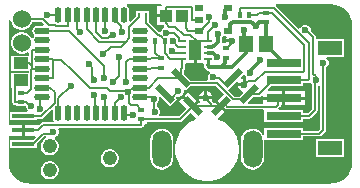
<source format=gtl>
G04*
G04 #@! TF.GenerationSoftware,Altium Limited,Altium Designer,21.6.4 (81)*
G04*
G04 Layer_Physical_Order=1*
G04 Layer_Color=255*
%FSLAX44Y44*%
%MOMM*%
G71*
G04*
G04 #@! TF.SameCoordinates,886655C1-92EC-40BA-A99E-831138A1A13E*
G04*
G04*
G04 #@! TF.FilePolarity,Positive*
G04*
G01*
G75*
%ADD12C,0.2540*%
%ADD14C,0.1524*%
%ADD18R,2.9972X0.7112*%
%ADD20R,0.8000X0.5500*%
%ADD22R,0.5000X0.4000*%
%ADD23R,0.4000X0.5000*%
%ADD24R,0.6350X0.2500*%
%ADD25R,1.0000X1.7000*%
%ADD28R,1.9000X0.4000*%
%ADD29R,1.3082X1.0057*%
%ADD30R,0.2500X0.3000*%
%ADD35O,0.5500X1.3500*%
%ADD36O,1.3500X0.5500*%
%ADD37R,2.0066X1.1938*%
G04:AMPARAMS|DCode=38|XSize=0.55mm|YSize=1.8mm|CornerRadius=0mm|HoleSize=0mm|Usage=FLASHONLY|Rotation=315.000|XOffset=0mm|YOffset=0mm|HoleType=Round|Shape=Rectangle|*
%AMROTATEDRECTD38*
4,1,4,-0.8309,-0.4419,0.4419,0.8309,0.8309,0.4419,-0.4419,-0.8309,-0.8309,-0.4419,0.0*
%
%ADD38ROTATEDRECTD38*%

%ADD39R,1.1500X1.4500*%
G04:AMPARAMS|DCode=40|XSize=0.55mm|YSize=1.8mm|CornerRadius=0mm|HoleSize=0mm|Usage=FLASHONLY|Rotation=45.000|XOffset=0mm|YOffset=0mm|HoleType=Round|Shape=Rectangle|*
%AMROTATEDRECTD40*
4,1,4,0.4419,-0.8309,-0.8309,0.4419,-0.4419,0.8309,0.8309,-0.4419,0.4419,-0.8309,0.0*
%
%ADD40ROTATEDRECTD40*%

%ADD41R,1.0000X1.1000*%
%ADD42C,0.3556*%
%ADD43C,1.5240*%
G04:AMPARAMS|DCode=44|XSize=1.62mm|YSize=3.14mm|CornerRadius=0.81mm|HoleSize=0mm|Usage=FLASHONLY|Rotation=180.000|XOffset=0mm|YOffset=0mm|HoleType=Round|Shape=RoundedRectangle|*
%AMROUNDEDRECTD44*
21,1,1.6200,1.5200,0,0,180.0*
21,1,0.0000,3.1400,0,0,180.0*
1,1,1.6200,0.0000,0.7600*
1,1,1.6200,0.0000,0.7600*
1,1,1.6200,0.0000,-0.7600*
1,1,1.6200,0.0000,-0.7600*
%
%ADD44ROUNDEDRECTD44*%
%ADD45C,1.2192*%
%ADD46C,0.6000*%
G36*
X130203Y152051D02*
X129902Y151550D01*
X125668D01*
Y144780D01*
X133208D01*
Y142240D01*
X125668D01*
Y135470D01*
X131540D01*
X132258Y134618D01*
X131946Y133328D01*
X131234Y133033D01*
X129961Y131761D01*
X129273Y130098D01*
Y130076D01*
X129215Y130011D01*
X128003Y129508D01*
X119171Y138340D01*
Y141248D01*
X119614D01*
Y147296D01*
X114066D01*
Y147296D01*
X113614D01*
Y147296D01*
X108066D01*
Y143112D01*
X103685Y138731D01*
X102514Y139356D01*
X102716Y140370D01*
Y148370D01*
X102384Y150038D01*
X101439Y151451D01*
X100541Y152051D01*
X100927Y153321D01*
X129483D01*
X130203Y152051D01*
D02*
G37*
G36*
X273680Y153309D02*
X277078Y152975D01*
X280346Y151983D01*
X283358Y150374D01*
X285997Y148207D01*
X288164Y145568D01*
X289773Y142556D01*
X290765Y139288D01*
X291099Y135890D01*
X291111D01*
Y19057D01*
X291110Y19050D01*
X291098D01*
X290763Y15652D01*
X289772Y12385D01*
X288162Y9373D01*
X285996Y6734D01*
X283357Y4568D01*
X280345Y2958D01*
X277078Y1967D01*
X273680Y1632D01*
Y1620D01*
X273672Y1619D01*
X17780D01*
Y1631D01*
X14382Y1965D01*
X11114Y2957D01*
X8102Y4566D01*
X5463Y6733D01*
X3296Y9372D01*
X1687Y12384D01*
X695Y15652D01*
X361Y19050D01*
X349D01*
Y41222D01*
X914Y42258D01*
X11684D01*
Y46798D01*
Y51338D01*
X914D01*
X349Y52374D01*
Y135890D01*
X361D01*
X684Y139176D01*
X1016Y139805D01*
X2251Y139520D01*
X2290Y139498D01*
X2909Y137186D01*
X4113Y135101D01*
X5816Y133399D01*
X7901Y132195D01*
X10226Y131572D01*
X12634D01*
X14959Y132195D01*
X17045Y133399D01*
X18747Y135101D01*
X19951Y137186D01*
X20272Y138385D01*
X28389D01*
X30373Y136401D01*
X29887Y135228D01*
X24858D01*
X23190Y134896D01*
X21777Y133951D01*
X20832Y132538D01*
X20500Y130870D01*
X20832Y129202D01*
X21777Y127789D01*
X22201Y127505D01*
Y126235D01*
X21777Y125951D01*
X21052Y124867D01*
X19930Y124753D01*
X19615Y124828D01*
X18747Y126331D01*
X17045Y128033D01*
X14959Y129237D01*
X12634Y129860D01*
X10226D01*
X7901Y129237D01*
X5816Y128033D01*
X4113Y126331D01*
X2909Y124246D01*
X2286Y121920D01*
Y119512D01*
X2909Y117187D01*
X4113Y115101D01*
X5816Y113399D01*
X7901Y112195D01*
X10226Y111572D01*
X12634D01*
X14959Y112195D01*
X16211Y112918D01*
X17481Y112185D01*
Y109977D01*
X2603D01*
Y96872D01*
X17227D01*
Y95453D01*
X2603D01*
Y82347D01*
X3511D01*
Y70612D01*
X3689Y69720D01*
X4194Y68964D01*
X4448Y68710D01*
X5204Y68205D01*
X6096Y68027D01*
X6644D01*
Y66834D01*
X14692D01*
X14876Y66156D01*
X15565Y64493D01*
X16466Y63592D01*
X15941Y62322D01*
X1930D01*
Y55274D01*
X23978D01*
Y56467D01*
X27919D01*
X28811Y56645D01*
X29568Y57150D01*
X36730Y64313D01*
X38000Y63787D01*
Y57370D01*
X38332Y55702D01*
X38832Y54954D01*
X38153Y53684D01*
X29806D01*
X28914Y53506D01*
X28157Y53001D01*
X26055Y50899D01*
X24994Y51338D01*
Y51338D01*
X14224D01*
Y46798D01*
Y42258D01*
X23078D01*
X23564Y41085D01*
X20847Y38367D01*
X14192D01*
X13967Y38322D01*
X1930D01*
Y31274D01*
X23978D01*
Y34906D01*
X30683Y41611D01*
X32073D01*
X32365Y40375D01*
X30627Y39372D01*
X29209Y37953D01*
X28205Y36215D01*
X27686Y34277D01*
Y32271D01*
X28205Y30333D01*
X29209Y28595D01*
X30627Y27176D01*
X32365Y26173D01*
X34303Y25654D01*
X36309D01*
X38247Y26173D01*
X39985Y27176D01*
X41403Y28595D01*
X42407Y30333D01*
X42926Y32271D01*
Y34277D01*
X42407Y36215D01*
X41403Y37953D01*
X39985Y39372D01*
X39376Y39723D01*
X39348Y40008D01*
X39575Y41075D01*
X40917Y41631D01*
X42189Y42903D01*
X42878Y44566D01*
Y46366D01*
X42304Y47752D01*
X42855Y49022D01*
X102343D01*
X112519Y49022D01*
X113411Y49199D01*
X114167Y49704D01*
X114168Y49705D01*
X114673Y50461D01*
X114850Y51353D01*
X116057Y51658D01*
X117880D01*
Y53867D01*
X145606D01*
X146498Y54045D01*
X147254Y54550D01*
X154372Y61667D01*
X158854Y57185D01*
X158557Y55950D01*
X158028Y55778D01*
X154238Y53847D01*
X150797Y51347D01*
X147789Y48339D01*
X145289Y44898D01*
X143358Y41108D01*
X142043Y37062D01*
X141378Y32861D01*
Y28607D01*
X142043Y24406D01*
X143358Y20360D01*
X145289Y16570D01*
X147789Y13129D01*
X150797Y10121D01*
X154238Y7621D01*
X158028Y5690D01*
X162074Y4375D01*
X166275Y3710D01*
X170529D01*
X174730Y4375D01*
X178776Y5690D01*
X182566Y7621D01*
X186007Y10121D01*
X189015Y13129D01*
X191515Y16570D01*
X193446Y20360D01*
X194761Y24406D01*
X195426Y28607D01*
Y32861D01*
X194761Y37062D01*
X193446Y41108D01*
X191515Y44898D01*
X189015Y48339D01*
X186007Y51347D01*
X182566Y53847D01*
X178776Y55778D01*
X178055Y56012D01*
X177758Y57247D01*
X182929Y62417D01*
X179188Y66158D01*
X175447Y69899D01*
X174936Y69387D01*
X173939D01*
X172256Y71070D01*
X172256Y71070D01*
X172145Y71181D01*
X172856Y72898D01*
X161916D01*
X162689Y71030D01*
X162690Y71029D01*
X162202Y69743D01*
X161363Y69638D01*
X161103Y69899D01*
X157362Y66158D01*
X156464Y67056D01*
X155566Y66158D01*
X147406Y74318D01*
X144563Y71475D01*
X151075Y64963D01*
X144641Y58529D01*
X128308D01*
X127842Y59799D01*
X128476Y61330D01*
Y63130D01*
X127787Y64793D01*
X126515Y66065D01*
X125902Y66319D01*
Y69608D01*
X127025Y70732D01*
X127714Y72395D01*
Y74194D01*
X127476Y74768D01*
X128553Y75488D01*
X137195Y66845D01*
X143240Y72889D01*
X141844Y74285D01*
X142886Y75328D01*
X143118Y75232D01*
X144918D01*
X146581Y75921D01*
X147853Y77193D01*
X148542Y78856D01*
Y80573D01*
X148768Y80771D01*
X149677Y81233D01*
X150631Y80280D01*
X154344Y83994D01*
X175813D01*
X182678Y77129D01*
X177243Y71695D01*
X180984Y67954D01*
X184725Y64213D01*
X185012Y64501D01*
X185604Y64384D01*
X215807D01*
X216916Y63994D01*
Y53834D01*
X249936D01*
Y56583D01*
X255002D01*
X255894Y56761D01*
X256650Y57266D01*
X261236Y61852D01*
X261741Y62608D01*
X261919Y63500D01*
Y84443D01*
X263099Y84932D01*
X264369Y84354D01*
Y48054D01*
X262560Y46245D01*
X249936D01*
Y48994D01*
X216916D01*
Y42625D01*
X215646Y42372D01*
X215308Y43187D01*
X213766Y45198D01*
X211755Y46740D01*
X209414Y47710D01*
X206902Y48041D01*
X204389Y47710D01*
X202048Y46740D01*
X200038Y45198D01*
X198495Y43187D01*
X197526Y40846D01*
X197195Y38334D01*
Y23134D01*
X197526Y20622D01*
X198495Y18281D01*
X200038Y16270D01*
X202048Y14727D01*
X204389Y13758D01*
X206902Y13427D01*
X209414Y13758D01*
X211755Y14727D01*
X213766Y16270D01*
X215308Y18281D01*
X216278Y20622D01*
X216609Y23134D01*
Y37691D01*
X216803Y38414D01*
X217824Y38834D01*
X249936D01*
Y41583D01*
X263525D01*
X264417Y41761D01*
X265173Y42266D01*
X268348Y45441D01*
X268853Y46197D01*
X269031Y47089D01*
Y99955D01*
X269263Y100051D01*
X270535Y101323D01*
X271224Y102986D01*
Y104786D01*
X270535Y106449D01*
X269333Y107651D01*
X269359Y107997D01*
X269684Y108921D01*
X284003D01*
Y123907D01*
X261919D01*
X260889Y123907D01*
X260649Y125078D01*
Y125357D01*
X260471Y126248D01*
X259966Y127005D01*
X255984Y130987D01*
Y132218D01*
X255295Y133881D01*
X254023Y135153D01*
X252360Y135842D01*
X250560D01*
X248897Y135153D01*
X247625Y133881D01*
X247299Y133095D01*
X245801Y132797D01*
X226547Y152051D01*
X226754Y152902D01*
X227037Y153321D01*
X273680D01*
X273680Y153309D01*
D02*
G37*
G36*
X184917Y125266D02*
X184268Y123698D01*
X189738D01*
Y121158D01*
X184086D01*
X183682Y120554D01*
X181070D01*
X180642Y121076D01*
Y124935D01*
X181110Y125403D01*
X181579Y126536D01*
X184352D01*
X184917Y125266D01*
D02*
G37*
G36*
X159512Y103768D02*
X164860D01*
X165118Y103526D01*
X165722Y102498D01*
X165543Y101600D01*
X165800Y100312D01*
X166529Y99219D01*
X168053Y97695D01*
X169146Y96966D01*
X170434Y96709D01*
X170450D01*
X170787Y95861D01*
X170829Y95439D01*
X169647Y94257D01*
X168958Y92594D01*
Y90794D01*
X169318Y89925D01*
X168469Y88655D01*
X154344D01*
X148542Y94458D01*
Y97333D01*
X149215Y98006D01*
X149720Y98762D01*
X149898Y99654D01*
Y102831D01*
X150702Y103768D01*
X156972D01*
Y114808D01*
X159512D01*
Y103768D01*
D02*
G37*
G36*
X200718Y93282D02*
X200964Y92687D01*
X201180Y92472D01*
X201109Y91009D01*
Y85090D01*
X199839D01*
Y83820D01*
X194369D01*
X195143Y81952D01*
X196701Y80393D01*
X198340Y79715D01*
X198797Y78377D01*
X195641Y75220D01*
X191179D01*
X186019Y80380D01*
X193698Y88058D01*
X194774Y87339D01*
X194369Y86360D01*
X198569D01*
Y90560D01*
X197590Y90155D01*
X196871Y91231D01*
X199220Y93581D01*
X200718Y93282D01*
D02*
G37*
G36*
X256425Y86831D02*
X257257Y85769D01*
Y64465D01*
X254037Y61245D01*
X249936D01*
Y63994D01*
X229354D01*
X229042Y64485D01*
X228870Y65264D01*
X230248Y66642D01*
X230753Y67398D01*
X230837Y67818D01*
X232156D01*
Y72644D01*
X215900D01*
Y69045D01*
X203214D01*
X202728Y70219D01*
X207488Y74978D01*
X212598D01*
X213490Y75156D01*
X214246Y75661D01*
X214727Y76141D01*
X215900Y75655D01*
Y75184D01*
X232156D01*
Y80010D01*
X220255D01*
X219769Y81183D01*
X222419Y83834D01*
X249936D01*
Y86583D01*
X254123D01*
X255015Y86761D01*
X255373Y87000D01*
X256425Y86831D01*
D02*
G37*
%LPC*%
G36*
X168656Y79638D02*
Y75438D01*
X172856D01*
X172083Y77306D01*
X170524Y78865D01*
X168656Y79638D01*
D02*
G37*
G36*
X166116D02*
X164248Y78865D01*
X162689Y77306D01*
X161916Y75438D01*
X166116D01*
Y79638D01*
D02*
G37*
G36*
X152045Y78957D02*
X149202Y76114D01*
X156464Y68852D01*
X159307Y71695D01*
X152045Y78957D01*
D02*
G37*
G36*
X284003Y38907D02*
X260889D01*
Y23921D01*
X284003D01*
Y38907D01*
D02*
G37*
G36*
X87109Y30734D02*
X85103D01*
X83165Y30215D01*
X81427Y29211D01*
X80008Y27793D01*
X79005Y26055D01*
X78486Y24117D01*
Y22111D01*
X79005Y20173D01*
X80008Y18435D01*
X81427Y17017D01*
X83165Y16013D01*
X85103Y15494D01*
X87109D01*
X89047Y16013D01*
X90785Y17017D01*
X92204Y18435D01*
X93207Y20173D01*
X93726Y22111D01*
Y24117D01*
X93207Y26055D01*
X92204Y27793D01*
X90785Y29211D01*
X89047Y30215D01*
X87109Y30734D01*
D02*
G37*
G36*
X129902Y48041D02*
X127390Y47710D01*
X125049Y46740D01*
X123038Y45198D01*
X121496Y43187D01*
X120526Y40846D01*
X120195Y38334D01*
Y23134D01*
X120526Y20622D01*
X121496Y18281D01*
X123038Y16270D01*
X125049Y14727D01*
X127390Y13758D01*
X129902Y13427D01*
X132415Y13758D01*
X134756Y14727D01*
X136766Y16270D01*
X138309Y18281D01*
X139278Y20622D01*
X139609Y23134D01*
Y38334D01*
X139278Y40846D01*
X138309Y43187D01*
X136766Y45198D01*
X134756Y46740D01*
X132415Y47710D01*
X129902Y48041D01*
D02*
G37*
G36*
X36309Y20574D02*
X34303D01*
X32365Y20055D01*
X30627Y19052D01*
X29209Y17633D01*
X28205Y15895D01*
X27686Y13957D01*
Y11951D01*
X28205Y10013D01*
X29209Y8275D01*
X30627Y6856D01*
X32365Y5853D01*
X34303Y5334D01*
X36309D01*
X38247Y5853D01*
X39985Y6856D01*
X41403Y8275D01*
X42407Y10013D01*
X42926Y11951D01*
Y13957D01*
X42407Y15895D01*
X41403Y17633D01*
X39985Y19052D01*
X38247Y20055D01*
X36309Y20574D01*
D02*
G37*
G36*
X250952Y80010D02*
X234696D01*
Y75184D01*
X250952D01*
Y80010D01*
D02*
G37*
G36*
Y72644D02*
X234696D01*
Y67818D01*
X250952D01*
Y72644D01*
D02*
G37*
%LPD*%
D12*
X168910Y101600D02*
Y107428D01*
D14*
X188882Y121572D02*
X189738Y122428D01*
X184904Y116014D02*
X188882Y119992D01*
Y121572D01*
X184404Y116014D02*
X184904D01*
X260295Y89463D02*
Y92765D01*
X258318Y94742D02*
X260295Y92765D01*
Y89463D02*
X260858Y88900D01*
X258318Y94742D02*
Y125357D01*
X81692Y62036D02*
Y74518D01*
Y62036D02*
X82358Y61370D01*
X81026Y75184D02*
X81692Y74518D01*
X37143Y45466D02*
X38354D01*
X35619Y43942D02*
X37143Y45466D01*
X21812Y36036D02*
X29718Y43942D01*
X35619D01*
X29806Y51353D02*
X102343D01*
X112520Y51353D02*
Y56198D01*
X112840D01*
X25250Y46798D02*
X29806Y51353D01*
X102343D02*
X112520Y51353D01*
X40627Y135128D02*
X50104D01*
X29355Y140716D02*
X34165Y135906D01*
X39849D01*
X40627Y135128D01*
X69088Y82550D02*
X83566D01*
X85900Y80216D02*
X99167D01*
X83566Y82550D02*
X85900Y80216D01*
X93980Y92710D02*
Y108966D01*
X88646Y87376D02*
X93980Y92710D01*
X102616Y69596D02*
Y76948D01*
X100584Y78799D02*
X102435Y76948D01*
X102616D02*
Y79822D01*
X112840Y56198D02*
X145606D01*
X156464Y67056D01*
X181268Y68238D02*
X184080D01*
X185604Y66714D02*
X227024D01*
X180086Y67056D02*
X181268Y68238D01*
X184080D02*
X185604Y66714D01*
X227024D02*
X228600Y68290D01*
Y71120D01*
X231394Y73914D02*
X233426D01*
X228600Y71120D02*
X231394Y73914D01*
X252356Y131318D02*
X258318Y125357D01*
X251460Y131318D02*
X252356D01*
X254123Y88914D02*
X255016Y89807D01*
X217297Y96266D02*
X249805D01*
X255016Y89807D02*
Y120287D01*
X233426Y88914D02*
X254123D01*
X224681Y150622D02*
X255016Y120287D01*
X250698Y97159D02*
Y118554D01*
X223012Y146240D02*
X250698Y118554D01*
X249805Y96266D02*
X250698Y97159D01*
X224203Y88914D02*
X233426D01*
X196406Y150622D02*
X224681D01*
X100584Y78799D02*
Y78839D01*
X260002Y88044D02*
X260858Y88900D01*
X259588Y85769D02*
X260002Y86183D01*
X259588Y63500D02*
Y85769D01*
X260002Y86183D02*
Y88044D01*
X26670Y65024D02*
Y73033D01*
X28507Y74870D02*
X28858D01*
X26670Y73033D02*
X28507Y74870D01*
X12954Y58798D02*
X27919D01*
X39292Y70171D02*
Y79375D01*
X27919Y58798D02*
X39292Y70171D01*
X6096Y70358D02*
X15454D01*
X18756Y67056D02*
X19400D01*
X15454Y70358D02*
X18756Y67056D01*
X100584Y78839D02*
X101235Y79490D01*
X90358Y70038D02*
X95250Y74930D01*
X90358Y61370D02*
Y70038D01*
X99167Y80216D02*
X100584Y78799D01*
X99584Y88238D02*
Y104346D01*
Y88238D02*
X99842Y87980D01*
X80772Y91028D02*
Y101201D01*
X68834Y101659D02*
X70553Y99939D01*
Y92793D02*
X72898Y90448D01*
Y89662D02*
Y90448D01*
X70553Y92793D02*
Y99939D01*
X68834Y101659D02*
Y102870D01*
X51104Y130870D02*
X80772Y101201D01*
X95758Y117602D02*
X99860Y121704D01*
X86899Y117602D02*
X95758D01*
X80518Y111221D02*
X86899Y117602D01*
X38100Y106616D02*
X45022D01*
X54485Y97153D01*
Y97153D02*
Y97153D01*
Y97153D02*
X69088Y82550D01*
X72752Y76744D02*
X73597Y75899D01*
Y62131D02*
Y75899D01*
X132588Y122174D02*
Y122674D01*
Y112000D02*
Y122174D01*
X5842Y70612D02*
Y88900D01*
X102108Y106870D02*
X111858D01*
X58358Y132845D02*
X60452Y130751D01*
X74358Y129779D02*
Y144370D01*
X60452Y129540D02*
Y130751D01*
X77114Y121387D02*
X99860Y121704D01*
X99584Y104346D02*
X102108Y106870D01*
X74358Y129779D02*
X79375Y124762D01*
X58358Y132845D02*
Y144370D01*
X66358Y132143D02*
X77114Y121387D01*
X66358Y132143D02*
Y144370D01*
X79375Y124762D02*
X84483D01*
X28858Y130870D02*
X51104D01*
X84483Y124762D02*
X87220Y127498D01*
X73597Y62131D02*
X74358Y61370D01*
X145642Y122428D02*
X147567D01*
X144478Y123592D02*
Y124762D01*
X133797Y129198D02*
X140042D01*
X144478Y124762D01*
Y123592D02*
X145642Y122428D01*
X141374Y134318D02*
X148692Y127000D01*
X136446Y134318D02*
X141374D01*
X133208Y137556D02*
X136446Y134318D01*
X111858Y106870D02*
X119888D01*
X127535Y126960D02*
X128209Y126285D01*
X116840Y137375D02*
X127255Y126960D01*
X128209Y126285D02*
X128977D01*
X132588Y122674D01*
X127255Y126960D02*
X127535D01*
X38100Y91124D02*
Y106616D01*
X42358Y61370D02*
Y73854D01*
X53086Y84582D01*
X12954Y46798D02*
X25250D01*
X12954Y34798D02*
X14192Y36036D01*
X21812D01*
X19812Y99124D02*
X20066Y98870D01*
X28858D01*
X50358Y135382D02*
Y144370D01*
X50104Y135128D02*
X50358Y135382D01*
X209169Y88138D02*
X217297Y96266D01*
X123571Y62611D02*
Y72913D01*
X123190Y73295D02*
X123571Y72913D01*
Y62611D02*
X123952Y62230D01*
X122226Y73295D02*
X123190D01*
X120650Y74870D02*
X122226Y73295D01*
X150149Y132889D02*
Y140569D01*
Y132889D02*
X152228Y130810D01*
X100151Y59577D02*
X106031D01*
X98358Y61370D02*
X100151Y59577D01*
X167386Y72957D02*
Y74168D01*
Y72957D02*
X168838Y71505D01*
Y71192D02*
X170608Y69422D01*
Y69422D02*
Y69422D01*
Y69422D02*
X172974Y67056D01*
X168838Y71192D02*
Y71505D01*
X146211Y90744D02*
X150631Y86325D01*
X176778D01*
X190213Y72890D01*
X199355D01*
X203774Y77309D01*
X138579Y74317D02*
X144018Y79756D01*
X132776Y77309D02*
X135768Y74317D01*
X144018Y79756D02*
X144018D01*
X135768Y74317D02*
X138579D01*
X138989Y113799D02*
X140201D01*
X141572Y112428D02*
X147567D01*
X140201Y113799D02*
X141572Y112428D01*
X95410Y131158D02*
X96266Y130302D01*
X90358Y140370D02*
X95410Y135318D01*
X90358Y140370D02*
Y144370D01*
X95410Y131158D02*
Y135318D01*
X87220Y127498D02*
X88431D01*
X116840Y137375D02*
Y144272D01*
X165036Y133565D02*
X170184Y138713D01*
X165036Y132798D02*
Y133565D01*
X170184Y138713D02*
Y142864D01*
X170322Y143002D01*
X169588Y130218D02*
X175514Y136144D01*
X169588Y122916D02*
Y130218D01*
X163048Y130810D02*
X165036Y132798D01*
X152228Y130810D02*
X163048D01*
X199898Y120790D02*
X201054Y119634D01*
X168917Y122428D02*
X169588Y122916D01*
X183583Y109252D02*
X184404Y108014D01*
X218554Y118786D02*
Y119634D01*
X111858Y74870D02*
X120650D01*
X160274Y122428D02*
X168917D01*
X154178Y127000D02*
X160274Y122428D01*
X147208Y143510D02*
X150149Y140569D01*
X158242Y114808D02*
Y120396D01*
X148692Y127000D02*
X154178D01*
X158242Y120396D02*
X160274Y122428D01*
X185920Y86325D02*
X190339Y90744D01*
X174338Y90838D02*
X178595D01*
X183108Y86325D01*
X173482Y91694D02*
X174338Y90838D01*
X183108Y86325D02*
X185920D01*
X199839Y85090D02*
X202887Y88138D01*
X209169D01*
X213614Y105283D02*
Y106172D01*
X81788Y131064D02*
X82073Y131349D01*
Y144085D02*
X82358Y144370D01*
X82073Y131349D02*
Y144085D01*
X11430Y140716D02*
X29355D01*
X42202Y144526D02*
X42358Y144370D01*
X33020Y144526D02*
X42202D01*
X172974Y67056D02*
X180086D01*
X156464D02*
X172974D01*
X28858Y90870D02*
X37846D01*
X102616Y69596D02*
X104204Y68008D01*
X99860Y121704D02*
X102616Y124460D01*
X19812Y100885D02*
Y114616D01*
Y99124D02*
Y100885D01*
X17272Y103425D02*
X19812Y100885D01*
X168910Y107428D02*
X168917D01*
X133208Y137556D02*
Y143510D01*
X124588Y112076D02*
Y122174D01*
Y112076D02*
X129032Y107632D01*
X126746Y90744D02*
X146211D01*
X118872Y82870D02*
X126746Y90744D01*
X111858Y82870D02*
X118872D01*
X104204Y68008D02*
X108709D01*
X139192Y121920D02*
X143684Y117428D01*
X147567D01*
X35797Y82870D02*
X39292Y79375D01*
X28858Y82870D02*
X35797D01*
X10668Y78358D02*
X15875D01*
X19558Y82041D01*
Y98616D01*
X102616Y124460D02*
Y134366D01*
X110840Y142590D01*
Y144272D01*
X196152Y150368D02*
X196406Y150622D01*
X196152Y144526D02*
Y150368D01*
X218186Y146240D02*
X223012D01*
X112520Y64198D02*
X112840D01*
X108709Y68008D02*
X112520Y64198D01*
X102616Y79822D02*
X105664Y82870D01*
X111858D01*
X155702Y140310D02*
X161798D01*
X155448Y140564D02*
X155702Y140310D01*
X155448Y140564D02*
Y151130D01*
X155194Y151384D02*
X155448Y151130D01*
X133462Y151384D02*
X155194D01*
X133208Y151130D02*
X133462Y151384D01*
X133208Y143510D02*
Y151130D01*
X37846Y90870D02*
X38100Y91124D01*
X37846Y106870D02*
X38100Y106616D01*
X28858Y106870D02*
X37846D01*
X266700Y47089D02*
Y103886D01*
X263525Y43914D02*
X266700Y47089D01*
X233426Y43914D02*
X263525D01*
X233426Y58914D02*
X255002D01*
X259588Y63500D01*
X132588Y112000D02*
X137160Y107428D01*
X147567D01*
X5842Y70612D02*
X6096Y70358D01*
X5842Y88900D02*
X10668D01*
X19812Y114616D02*
X20066Y114870D01*
X28858D01*
X212026Y146240D02*
X218186D01*
X210312Y144526D02*
X212026Y146240D01*
X204152Y144526D02*
X210312D01*
X120650Y107632D02*
X129032D01*
X119888Y106870D02*
X120650Y107632D01*
X212598Y77309D02*
X224203Y88914D01*
X203774Y77309D02*
X212598D01*
X147567Y99654D02*
Y107428D01*
X146211Y98298D02*
X147567Y99654D01*
X146211Y90744D02*
Y98298D01*
X218186Y128892D02*
X218554Y128524D01*
X120650Y99632D02*
X129032D01*
X119888Y98870D02*
X120650Y99632D01*
X111858Y98870D02*
X119888D01*
X10668Y103425D02*
X17272D01*
D18*
X233426Y43914D02*
D03*
Y58914D02*
D03*
Y73914D02*
D03*
Y88914D02*
D03*
Y103914D02*
D03*
D20*
X161798Y149810D02*
D03*
X185798D02*
D03*
X161798Y140310D02*
D03*
Y130810D02*
D03*
X185798D02*
D03*
D22*
X129032Y99632D02*
D03*
Y107632D02*
D03*
X112840Y56198D02*
D03*
Y64198D02*
D03*
X184404Y108014D02*
D03*
Y116014D02*
D03*
X218186Y138240D02*
D03*
Y146240D02*
D03*
X10668Y78358D02*
D03*
Y70358D02*
D03*
D23*
X132588Y122174D02*
D03*
X124588D02*
D03*
X204152Y144526D02*
D03*
X196152D02*
D03*
D24*
X147567Y107428D02*
D03*
X168917D02*
D03*
X147567Y112428D02*
D03*
Y117428D02*
D03*
Y122428D02*
D03*
X168917Y112428D02*
D03*
Y117428D02*
D03*
Y122428D02*
D03*
D25*
X158242Y114808D02*
D03*
D28*
X12954Y58798D02*
D03*
Y46798D02*
D03*
Y34798D02*
D03*
D29*
X10668Y88900D02*
D03*
Y103425D02*
D03*
D30*
X110840Y144272D02*
D03*
X116840D02*
D03*
D35*
X42358Y144370D02*
D03*
X50358D02*
D03*
X58358D02*
D03*
X66358D02*
D03*
X74358D02*
D03*
X82358D02*
D03*
X90358D02*
D03*
X98358D02*
D03*
Y61370D02*
D03*
X90358D02*
D03*
X82358D02*
D03*
X74358D02*
D03*
X66358D02*
D03*
X58358D02*
D03*
X50358D02*
D03*
X42358D02*
D03*
D36*
X111858Y122870D02*
D03*
Y114870D02*
D03*
Y106870D02*
D03*
Y98870D02*
D03*
Y90870D02*
D03*
Y82870D02*
D03*
Y74870D02*
D03*
X28858D02*
D03*
Y82870D02*
D03*
Y90870D02*
D03*
Y98870D02*
D03*
Y106870D02*
D03*
Y114870D02*
D03*
Y122870D02*
D03*
Y130870D02*
D03*
X111858D02*
D03*
D37*
X272446Y31414D02*
D03*
Y116414D02*
D03*
D38*
X180086Y67056D02*
D03*
X190339Y90744D02*
D03*
X203774Y77309D02*
D03*
D39*
X201054Y119634D02*
D03*
X218554D02*
D03*
D40*
X156464Y67056D02*
D03*
X132776Y77309D02*
D03*
X146211Y90744D02*
D03*
D41*
X133208Y143510D02*
D03*
X147208D02*
D03*
D42*
X199898Y120790D02*
X200036Y120928D01*
Y131710D01*
X212719Y138018D02*
X217964D01*
X209492Y135128D02*
X209829D01*
X212719Y138018D01*
X174202Y118093D02*
X175192Y118993D01*
X177275Y127965D02*
X177275Y127965D01*
X175192Y118993D02*
X177275Y121076D01*
Y127965D01*
X171930Y117428D02*
X174202Y118093D01*
X183856Y148838D02*
X184828Y149810D01*
X185798D01*
X183856Y142708D02*
Y148838D01*
X183388Y142240D02*
X183856Y142708D01*
X205267Y95718D02*
Y97825D01*
X204800Y95250D02*
X205267Y95718D01*
X212816Y105374D02*
X213523D01*
X205267Y97825D02*
X212816Y105374D01*
X213523D02*
X213614Y105283D01*
X205896Y138724D02*
X209492Y135128D01*
X190103Y138724D02*
X205896D01*
X188020Y131782D02*
Y136641D01*
X190103Y138724D01*
X187048Y130810D02*
X188020Y131782D01*
X218554Y128524D02*
Y138018D01*
X218186Y138240D02*
X218332D01*
X218554Y138018D01*
X183904Y107792D02*
X184671D01*
X168917Y117428D02*
X171930D01*
X180398Y100076D02*
X189103D01*
X201054Y112027D01*
X180398Y100076D02*
X180398Y100076D01*
X170434Y100076D02*
X180398D01*
X180398Y100076D02*
X183904Y103582D01*
Y107792D01*
X168910Y101600D02*
X170434Y100076D01*
X185798Y130810D02*
X187048D01*
X217964Y138018D02*
X218186Y138240D01*
X169418Y111980D02*
X173460D01*
X175543Y109897D01*
X176685Y108525D01*
X201054Y112027D02*
Y119634D01*
X218554Y118786D02*
X233426Y103914D01*
X218554Y119634D02*
Y128524D01*
D43*
X11430Y140716D02*
D03*
Y120716D02*
D03*
D44*
X129902Y30734D02*
D03*
X206902D02*
D03*
D45*
X35306Y33274D02*
D03*
Y12954D02*
D03*
X86106Y23114D02*
D03*
D46*
X189738Y122428D02*
D03*
X200036Y131710D02*
D03*
X81026Y75184D02*
D03*
X38354Y45466D02*
D03*
X88646Y87376D02*
D03*
X251460Y131318D02*
D03*
X209829Y135128D02*
D03*
X260858Y88900D02*
D03*
X26670Y65024D02*
D03*
X19400Y67056D02*
D03*
X95250Y74930D02*
D03*
X101235Y79490D02*
D03*
X80772Y91028D02*
D03*
X99842Y87980D02*
D03*
X93980Y108966D02*
D03*
X68834Y102870D02*
D03*
X72752Y76744D02*
D03*
X72898Y89662D02*
D03*
X80518Y111221D02*
D03*
X60452Y129540D02*
D03*
X133797Y129198D02*
D03*
X53086Y84582D02*
D03*
X123952Y62230D02*
D03*
X123190Y73295D02*
D03*
X183388Y142240D02*
D03*
X106031Y59577D02*
D03*
X167386Y74168D02*
D03*
X144018Y79756D02*
D03*
X204800Y95250D02*
D03*
X177275Y127966D02*
D03*
X138989Y113799D02*
D03*
X96266Y130302D02*
D03*
X88431Y127498D02*
D03*
X175514Y136144D02*
D03*
X170322Y143002D02*
D03*
X176685Y108525D02*
D03*
X173482Y91694D02*
D03*
X199839Y85090D02*
D03*
X213614Y106172D02*
D03*
X81788Y131064D02*
D03*
X33020Y144526D02*
D03*
X139192Y121920D02*
D03*
X266700Y103886D02*
D03*
M02*

</source>
